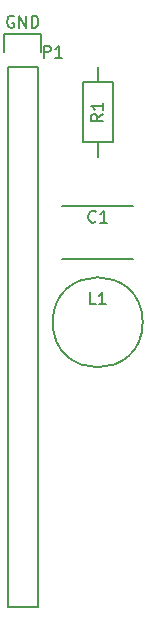
<source format=gto>
G04 #@! TF.FileFunction,Legend,Top*
%FSLAX46Y46*%
G04 Gerber Fmt 4.6, Leading zero omitted, Abs format (unit mm)*
G04 Created by KiCad (PCBNEW 4.0.4+e1-6308~48~ubuntu16.04.1-stable) date Fri Nov  4 19:20:07 2016*
%MOMM*%
%LPD*%
G01*
G04 APERTURE LIST*
%ADD10C,0.100000*%
%ADD11C,0.150000*%
G04 APERTURE END LIST*
D10*
D11*
X89670000Y-76490000D02*
X95670000Y-76490000D01*
X95670000Y-80990000D02*
X89670000Y-80990000D01*
X96520000Y-86360000D02*
G75*
G03X96520000Y-86360000I-3810000J0D01*
G01*
X85090000Y-64770000D02*
X85090000Y-110490000D01*
X85090000Y-110490000D02*
X87630000Y-110490000D01*
X87630000Y-110490000D02*
X87630000Y-64770000D01*
X84810000Y-61950000D02*
X84810000Y-63500000D01*
X85090000Y-64770000D02*
X87630000Y-64770000D01*
X87910000Y-63500000D02*
X87910000Y-61950000D01*
X87910000Y-61950000D02*
X84810000Y-61950000D01*
X91440000Y-71120000D02*
X91440000Y-66040000D01*
X91440000Y-66040000D02*
X93980000Y-66040000D01*
X93980000Y-66040000D02*
X93980000Y-71120000D01*
X93980000Y-71120000D02*
X91440000Y-71120000D01*
X92710000Y-71120000D02*
X92710000Y-72390000D01*
X92710000Y-66040000D02*
X92710000Y-64770000D01*
X92543334Y-77827143D02*
X92495715Y-77874762D01*
X92352858Y-77922381D01*
X92257620Y-77922381D01*
X92114762Y-77874762D01*
X92019524Y-77779524D01*
X91971905Y-77684286D01*
X91924286Y-77493810D01*
X91924286Y-77350952D01*
X91971905Y-77160476D01*
X92019524Y-77065238D01*
X92114762Y-76970000D01*
X92257620Y-76922381D01*
X92352858Y-76922381D01*
X92495715Y-76970000D01*
X92543334Y-77017619D01*
X93495715Y-77922381D02*
X92924286Y-77922381D01*
X93210000Y-77922381D02*
X93210000Y-76922381D01*
X93114762Y-77065238D01*
X93019524Y-77160476D01*
X92924286Y-77208095D01*
X92543334Y-84813401D02*
X92067143Y-84813401D01*
X92067143Y-83813401D01*
X93400477Y-84813401D02*
X92829048Y-84813401D01*
X93114762Y-84813401D02*
X93114762Y-83813401D01*
X93019524Y-83956258D01*
X92924286Y-84051496D01*
X92829048Y-84099115D01*
X88161905Y-63952381D02*
X88161905Y-62952381D01*
X88542858Y-62952381D01*
X88638096Y-63000000D01*
X88685715Y-63047619D01*
X88733334Y-63142857D01*
X88733334Y-63285714D01*
X88685715Y-63380952D01*
X88638096Y-63428571D01*
X88542858Y-63476190D01*
X88161905Y-63476190D01*
X89685715Y-63952381D02*
X89114286Y-63952381D01*
X89400000Y-63952381D02*
X89400000Y-62952381D01*
X89304762Y-63095238D01*
X89209524Y-63190476D01*
X89114286Y-63238095D01*
X85598096Y-60460000D02*
X85502858Y-60412381D01*
X85360001Y-60412381D01*
X85217143Y-60460000D01*
X85121905Y-60555238D01*
X85074286Y-60650476D01*
X85026667Y-60840952D01*
X85026667Y-60983810D01*
X85074286Y-61174286D01*
X85121905Y-61269524D01*
X85217143Y-61364762D01*
X85360001Y-61412381D01*
X85455239Y-61412381D01*
X85598096Y-61364762D01*
X85645715Y-61317143D01*
X85645715Y-60983810D01*
X85455239Y-60983810D01*
X86074286Y-61412381D02*
X86074286Y-60412381D01*
X86645715Y-61412381D01*
X86645715Y-60412381D01*
X87121905Y-61412381D02*
X87121905Y-60412381D01*
X87360000Y-60412381D01*
X87502858Y-60460000D01*
X87598096Y-60555238D01*
X87645715Y-60650476D01*
X87693334Y-60840952D01*
X87693334Y-60983810D01*
X87645715Y-61174286D01*
X87598096Y-61269524D01*
X87502858Y-61364762D01*
X87360000Y-61412381D01*
X87121905Y-61412381D01*
X93162381Y-68746666D02*
X92686190Y-69080000D01*
X93162381Y-69318095D02*
X92162381Y-69318095D01*
X92162381Y-68937142D01*
X92210000Y-68841904D01*
X92257619Y-68794285D01*
X92352857Y-68746666D01*
X92495714Y-68746666D01*
X92590952Y-68794285D01*
X92638571Y-68841904D01*
X92686190Y-68937142D01*
X92686190Y-69318095D01*
X93162381Y-67794285D02*
X93162381Y-68365714D01*
X93162381Y-68080000D02*
X92162381Y-68080000D01*
X92305238Y-68175238D01*
X92400476Y-68270476D01*
X92448095Y-68365714D01*
M02*

</source>
